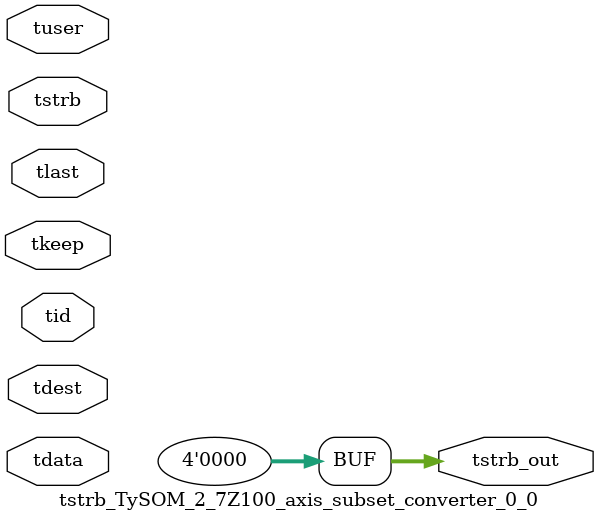
<source format=v>


`timescale 1ps/1ps

module tstrb_TySOM_2_7Z100_axis_subset_converter_0_0 #
(
parameter C_S_AXIS_TDATA_WIDTH = 32,
parameter C_S_AXIS_TUSER_WIDTH = 0,
parameter C_S_AXIS_TID_WIDTH   = 0,
parameter C_S_AXIS_TDEST_WIDTH = 0,
parameter C_M_AXIS_TDATA_WIDTH = 32
)
(
input  [(C_S_AXIS_TDATA_WIDTH == 0 ? 1 : C_S_AXIS_TDATA_WIDTH)-1:0     ] tdata,
input  [(C_S_AXIS_TUSER_WIDTH == 0 ? 1 : C_S_AXIS_TUSER_WIDTH)-1:0     ] tuser,
input  [(C_S_AXIS_TID_WIDTH   == 0 ? 1 : C_S_AXIS_TID_WIDTH)-1:0       ] tid,
input  [(C_S_AXIS_TDEST_WIDTH == 0 ? 1 : C_S_AXIS_TDEST_WIDTH)-1:0     ] tdest,
input  [(C_S_AXIS_TDATA_WIDTH/8)-1:0 ] tkeep,
input  [(C_S_AXIS_TDATA_WIDTH/8)-1:0 ] tstrb,
input                                                                    tlast,
output [(C_M_AXIS_TDATA_WIDTH/8)-1:0 ] tstrb_out
);

assign tstrb_out = {1'b0};

endmodule


</source>
